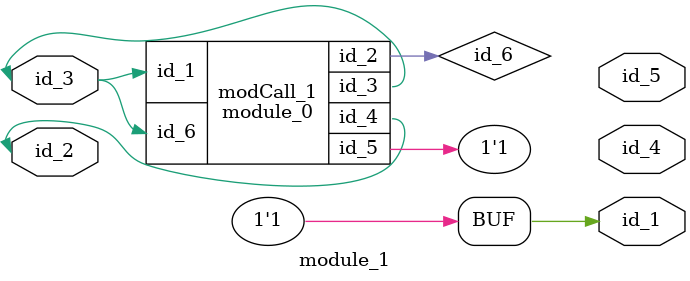
<source format=v>
module module_0 (
    id_1,
    id_2,
    id_3,
    id_4,
    id_5,
    id_6
);
  input wire id_6;
  output wire id_5;
  output wire id_4;
  output wire id_3;
  inout wire id_2;
  input wire id_1;
  wire id_7;
endmodule
module module_1 (
    id_1,
    id_2,
    id_3,
    id_4,
    id_5
);
  output wire id_5;
  output wire id_4;
  inout wire id_3;
  inout wire id_2;
  output wire id_1;
  wor id_6;
  assign id_1 = 1 ? 1 : 1 ? id_2 : 1 ? 1 : id_6;
  module_0 modCall_1 (
      id_3,
      id_6,
      id_3,
      id_2,
      id_1,
      id_3
  );
endmodule

</source>
